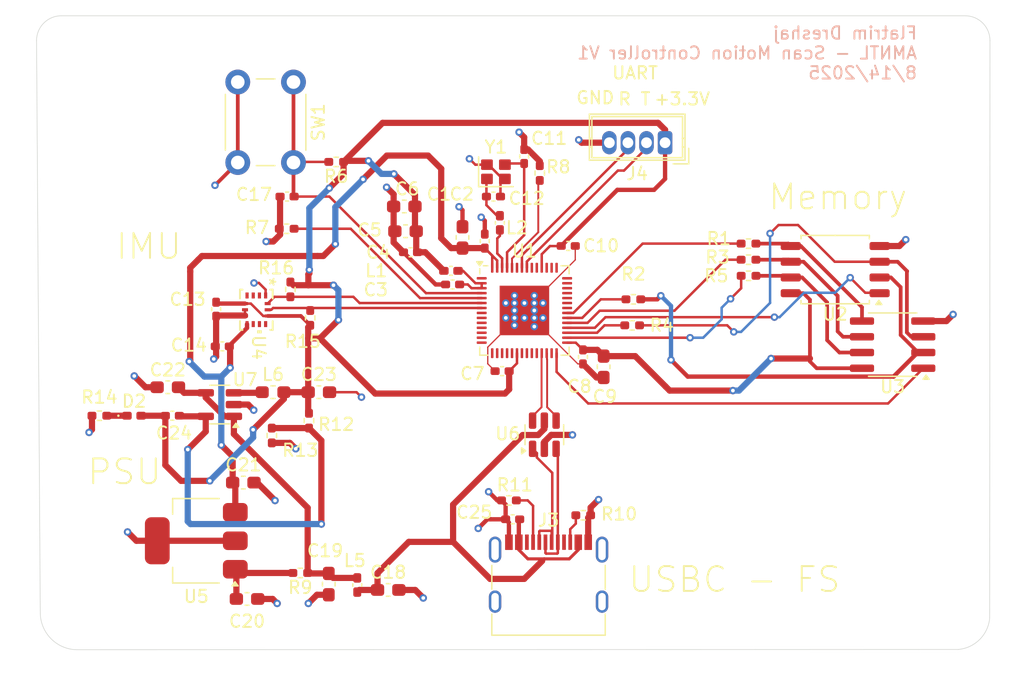
<source format=kicad_pcb>
(kicad_pcb (version 20241229) (generator "pcbnew") (generator_version "9.0")
  (layers (0 "F.Cu" signal) (4 "In1.Cu" power) (6 "In2.Cu" power) (2 "B.Cu" signal) (13 "F.Paste" user) (15 "B.Paste" user) (5 "F.SilkS" user "F.Silkscreen") (7 "B.SilkS" user "B.Silkscreen") (1 "F.Mask" user) (3 "B.Mask" user) (25 "Edge.Cuts" user))
  (net 0 "")
  (net 1 "+3.3VA")
  (net 2 "GND")
  (net 3 "/MCU/vdd_3p3 in")
  (net 4 "+3.3V")
  (net 5 "VDD_SPI")
  (net 6 "/MCU/XTAL_N")
  (net 7 "Net-(C12-Pad1)")
  (net 8 "/MCU/Chip_pu")
  (net 9 "VBUS")
  (net 10 "+5V")
  (net 11 "/PSU/+5V_FILT")
  (net 12 "/PSU/BUCK_FB")
  (net 13 "/PSU/LED_PWR_K")
  (net 25 "/PSU/CC_1_pulldown")
  (net 30 "/PSU/CC_2_pulldown")
  (net 32 "UART_RX")
  (net 33 "UART_TX")
  (net 34 "/MCU/XTAL_P")
  (net 35 "/PSU/BUCK_SW")
  (net 36 "Net-(U1-SPID)")
  (net 37 "SPID")
  (net 38 "SPIQ")
  (net 39 "Net-(U1-SPIQ)")
  (net 40 "Net-(U1-SPICLK)")
  (net 41 "SPICLK")
  (net 42 "SPIWP")
  (net 43 "Net-(U1-SPIWP)")
  (net 44 "Net-(U1-SPIHD)")
  (net 45 "SPIHD")
  (net 46 "Net-(U1-GPIO0)")
  (net 47 "Net-(U1-GPIO46)")
  (net 48 "I2C_SCL")
  (net 49 "I2C_SDA")
  (net 56 "SPICS0")
  (net 57 "USB_D-")
  (net 59 "USB_D+")
  (net 60 "SPICS1")
  (net 71 "/PSU/usbc_d+")
  (net 72 "/PSU/usbc_d-")
  (footprint "Resistor_SMD:R_0402_1005Metric_Pad0.72x0.64mm_HandSolder" (layer "F.Cu") (at 120 98.3 90)
    (property "Reference" "R15")
    (property "Value" "1.5K")
  )
  (footprint "Resistor_SMD:R_0402_1005Metric_Pad0.72x0.64mm_HandSolder" (layer "F.Cu") (at 119.9 106.6 -90)
    (property "Reference" "R12")
    (property "Value" "100k")
  )
  (footprint "Inductor_SMD:L_0402_1005Metric_Pad0.77x0.64mm_HandSolder" (layer "F.Cu") (at 135.32 90.62 -90)
    (property "Reference" "L2")
    (property "Value" "24n")
  )
  (footprint "Package_SO:SOIC-8_5.3x5.3mm_P1.27mm" (layer "F.Cu") (at 162.4 94.4 180)
    (property "Reference" "U2")
    (property "Value" "MX25L6433FM2I-08G")
  )
  (footprint "Resistor_SMD:R_0402_1005Metric_Pad0.72x0.64mm_HandSolder" (layer "F.Cu") (at 118.1 91.1)
    (property "Reference" "R7")
    (property "Value" "5.1k")
  )
  (footprint "Capacitor_SMD:C_0402_1005Metric_Pad0.74x0.62mm_HandSolder" (layer "F.Cu") (at 142.03 101.45 -90)
    (property "Reference" "C8")
    (property "Value" "0.1u")
  )
  (footprint "Package_TO_SOT_SMD:SOT-23-5" (layer "F.Cu") (at 112.7 105.3 180)
    (property "Reference" "U7")
    (property "Value" "TLV62569DBV")
  )
  (footprint "Capacitor_SMD:C_0402_1005Metric_Pad0.74x0.62mm_HandSolder" (layer "F.Cu") (at 118.1325 88.5 180)
    (property "Reference" "C17")
    (property "Value" "100n")
  )
  (footprint "MountingHole:MountingHole_3.2mm_M3" (layer "F.Cu") (at 101.2 122.1)
    (property "Reference" "H1" (hide yes))
    (property "Value" "MountingHole")
  )
  (footprint "Capacitor_SMD:C_0603_1608Metric_Pad1.08x0.95mm_HandSolder" (layer "F.Cu") (at 114.6 111.6)
    (property "Reference" "C21")
    (property "Value" "22u")
  )
  (footprint "Inductor_SMD:L_0402_1005Metric_Pad0.77x0.64mm_HandSolder" (layer "F.Cu") (at 123.8 119.8725 90)
    (property "Reference" "L5")
    (property "Value" "10n")
  )
  (footprint "Resistor_SMD:R_0402_1005Metric_Pad0.72x0.64mm_HandSolder" (layer "F.Cu") (at 142.05 114.24)
    (property "Reference" "R10")
    (property "Value" "5.1K")
  )
  (footprint "Capacitor_SMD:C_0402_1005Metric_Pad0.74x0.62mm_HandSolder" (layer "F.Cu") (at 140.84 92.49)
    (property "Reference" "C10")
    (property "Value" "0.1u")
  )
  (footprint "Resistor_SMD:R_0402_1005Metric_Pad0.72x0.64mm_HandSolder" (layer "F.Cu") (at 155.4 92.3)
    (property "Reference" "R1")
    (property "Value" "0")
  )
  (footprint "MountingHole:MountingHole_3.2mm_M3" (layer "F.Cu") (at 100.1 76.1)
    (property "Reference" "H2" (hide yes))
    (property "Value" "MountingHole")
  )
  (footprint "Resistor_SMD:R_0402_1005Metric_Pad0.72x0.64mm_HandSolder" (layer "F.Cu") (at 119.1975 118.9 180)
    (property "Reference" "R9")
    (property "Value" "10R")
  )
  (footprint "Resistor_SMD:R_0402_1005Metric_Pad0.72x0.64mm_HandSolder" (layer "F.Cu") (at 146.1 96.8)
    (property "Reference" "R2")
    (property "Value" "0")
  )
  (footprint "Resistor_SMD:R_0402_1005Metric_Pad0.72x0.64mm_HandSolder" (layer "F.Cu") (at 116.9 107.7975 -90)
    (property "Reference" "R13")
    (property "Value" "22k")
  )
  (footprint "Capacitor_SMD:C_0402_1005Metric_Pad0.74x0.62mm_HandSolder" (layer "F.Cu") (at 112.4 97.6 -90)
    (property "Reference" "C13")
    (property "Value" "100n")
  )
  (footprint "Resistor_SMD:R_0402_1005Metric_Pad0.72x0.64mm_HandSolder" (layer "F.Cu") (at 102.9725 106.2 180)
    (property "Reference" "R14")
    (property "Value" "1k")
  )
  (footprint "MountingHole:MountingHole_3.2mm_M3" (layer "F.Cu") (at 172.1 122.3)
    (property "Reference" "H4" (hide yes))
    (property "Value" "MountingHole")
  )
  (footprint "Button_Switch_THT:SW_PUSH_6mm_H4.3mm" (layer "F.Cu") (at 118.65 79.25 -90)
    (property "Reference" "SW1")
    (property "Value" "SW_Push")
  )
  (footprint "Capacitor_SMD:C_0402_1005Metric_Pad0.74x0.62mm_HandSolder" (layer "F.Cu") (at 136.35 114.565)
    (property "Reference" "C25")
    (property "Value" "100n")
  )
  (footprint "Capacitor_SMD:C_0603_1608Metric_Pad1.08x0.95mm_HandSolder" (layer "F.Cu") (at 114.9 121)
    (property "Reference" "C20")
    (property "Value" "22u")
  )
  (footprint "LED_SMD:LED_0402_1005Metric_Pad0.77x0.64mm_HandSolder" (layer "F.Cu") (at 105.7725 106.2)
    (property "Reference" "D2")
    (property "Value" "GREEN")
  )
  (footprint "Capacitor_SMD:C_0603_1608Metric_Pad1.08x0.95mm_HandSolder" (layer "F.Cu") (at 127.6 89.3)
    (property "Reference" "C6")
    (property "Value" "10u")
  )
  (footprint "Package_DFN_QFN:QFN-56-1EP_7x7mm_P0.4mm_EP4x4mm" (layer "F.Cu") (at 137.3 97.7)
    (property "Reference" "U1")
    (property "Value" "ESP32-S3")
  )
  (footprint "Capacitor_SMD:C_0402_1005Metric_Pad0.74x0.62mm_HandSolder" (layer "F.Cu") (at 128.1 93)
    (property "Reference" "C4")
    (property "Value" "0.1u")
  )
  (footprint "Resistor_SMD:R_0402_1005Metric_Pad0.72x0.64mm_HandSolder" (layer "F.Cu") (at 138.54 86.6 90)
    (property "Reference" "R8")
    (property "Value" "5.1k")
  )
  (footprint "Package_TO_SOT_SMD:SOT-223-3_TabPin2" (layer "F.Cu") (at 110.8 116.3 180)
    (property "Reference" "U5")
    (property "Value" "HT7533-1")
  )
  (footprint "Resistor_SMD:R_0402_1005Metric_Pad0.72x0.64mm_HandSolder" (layer "F.Cu") (at 155.4 93.6)
    (property "Reference" "R3")
    (property "Value" "0")
  )
  (footprint "Resistor_SMD:R_0402_1005Metric_Pad0.72x0.64mm_HandSolder" (layer "F.Cu") (at 146.0025 98.9)
    (property "Reference" "R4")
    (property "Value" "0")
  )
  (footprint "Capacitor_SMD:C_0402_1005Metric_Pad0.74x0.62mm_HandSolder" (layer "F.Cu") (at 134.1 92.1 90)
    (property "Reference" "C2")
    (property "Value" "10n")
  )
  (footprint "Capacitor_SMD:C_0603_1608Metric_Pad1.08x0.95mm_HandSolder" (layer "F.Cu") (at 121.5 119.8 -90)
    (property "Reference" "C19")
    (property "Value" "1u")
  )
  (footprint "Capacitor_SMD:C_0603_1608Metric_Pad1.08x0.95mm_HandSolder" (layer "F.Cu") (at 132.3 91.8 90)
    (property "Reference" "C1")
    (property "Value" "1u")
  )
  (footprint "new_project_files:BMI323_BOS" (layer "F.Cu") (at 115.649999 97.6443 -90)
    (property "Reference" "U4")
    (property "Value" "BMI323")
  )
  (footprint "Connector_Wuerth:Wuerth_WR-WTB_64800411622_1x04_P1.50mm_Vertical" (layer "F.Cu") (at 148.66 84.15 180)
    (property "Reference" "J4")
    (property "Value" "Conn_01x04_Pin")
  )
  (footprint "Capacitor_SMD:C_0603_1608Metric_Pad1.08x0.95mm_HandSolder" (layer "F.Cu") (at 127.7 91.3)
    (property "Reference" "C5")
    (property "Value" "1u")
  )
  (footprint "Capacitor_SMD:C_0603_1608Metric_Pad1.08x0.95mm_HandSolder" (layer "F.Cu") (at 108.5 103.9 180)
    (property "Reference" "C22")
    (property "Value" "22u")
  )
  (footprint "Inductor_SMD:L_0402_1005Metric_Pad0.77x0.64mm_HandSolder" (layer "F.Cu") (at 131.3675 94.5)
    (property "Reference" "L1")
    (property "Value" "2n")
  )
  (footprint "Resistor_SMD:R_0402_1005Metric_Pad0.72x0.64mm_HandSolder" (layer "F.Cu") (at 122.0975 85.7 180)
    (property "Reference" "R6")
    (property "Value" "5.1k")
  )
  (footprint "Resistor_SMD:R_0402_1005Metric_Pad0.72x0.64mm_HandSolder" (layer "F.Cu") (at 118.4 96 -90)
    (property "Reference" "R16")
    (property "Value" "1.5K")
  )
  (footprint "Capacitor_SMD:C_0603_1608Metric_Pad1.08x0.95mm_HandSolder" (layer "F.Cu") (at 120.7 104.3)
    (property "Reference" "C23")
    (property "Value" "22u")
  )
  (footprint "Capacitor_SMD:C_0402_1005Metric_Pad0.74x0.62mm_HandSolder" (layer "F.Cu") (at 108.8675 106.2)
    (property "Reference" "C24")
    (property "Value" "DNP")
  )
  (footprint "Capacitor_SMD:C_0402_1005Metric_Pad0.74x0.62mm_HandSolder" (layer "F.Cu") (at 131.5 95.6)
    (property "Reference" "C3")
    (property "Value" "0.1u")
  )
  (footprint "Capacitor_SMD:C_0402_1005Metric_Pad0.74x0.62mm_HandSolder" (layer "F.Cu") (at 137.28 85.26 90)
    (property "Reference" "C11")
    (property "Value" "12p")
  )
  (footprint "Capacitor_SMD:C_0603_1608Metric_Pad1.08x0.95mm_HandSolder" (layer "F.Cu") (at 126.3 120.2725)
    (property "Reference" "C18")
    (property "Value" "1u")
  )
  (footprint "Capacitor_SMD:C_0402_1005Metric_Pad0.74x0.62mm_HandSolder" (layer "F.Cu") (at 112.9 100.6)
    (property "Reference" "C14")
    (property "Value" "100n")
  )
  (footprint "Capacitor_SMD:C_0603_1608Metric_Pad1.08x0.95mm_HandSolder" (layer "F.Cu") (at 143.7 102.25 -90)
    (property "Reference" "C9")
    (property "Value" "1u")
  )
  (footprint "Capacitor_SMD:C_0402_1005Metric_Pad0.74x0.62mm_HandSolder" (layer "F.Cu") (at 135.5 102.6 180)
    (property "Reference" "C7")
    (property "Value" "0.1u")
  )
  (footprint "MountingHole:MountingHole_3.2mm_M3" (layer "F.Cu") (at 172.5 76.2)
    (property "Reference" "H3" (hide yes))
    (property "Value" "MountingHole")
  )
  (footprint "Capacitor_SMD:C_0402_1005Metric_Pad0.74x0.62mm_HandSolder" (layer "F.Cu") (at 134.8 88.5)
    (property "Reference" "C12")
    (property "Value" "12p")
  )
  (footprint "Inductor_SMD:L_0603_1608Metric_Pad1.05x0.95mm_HandSolder" (layer "F.Cu") (at 117 104.3)
    (property "Reference" "L6")
    (property "Value" "68u")
  )
  (footprint "Package_TO_SOT_SMD:SOT-23-6" (layer "F.Cu") (at 138.91 107.735 90)
    (property "Reference" "U6")
    (property "Value" "USBLC6-2SC6")
  )
  (footprint "Package_SO:SOIC-8_3.9x4.9mm_P1.27mm" (layer "F.Cu") (at 167.04 100.46 180)
    (property "Reference" "U3")
    (property "Value" "ESP-PSRAM32")
  )
  (footprint "Resistor_SMD:R_0402_1005Metric_Pad0.72x0.64mm_HandSolder" (layer "F.Cu") (at 155.4025 94.9)
    (property "Reference" "R5")
    (property "Value" "0")
  )
  (footprint "Resistor_SMD:R_0402_1005Metric_Pad0.72x0.64mm_HandSolder" (layer "F.Cu") (at 136.05 113.04 180)
    (property "Reference" "R11")
    (property "Value" "5.1K")
  )
  (footprint "Connector_USB:USB_C_Receptacle_G-Switch_GT-USB-7010ASV" (layer "F.Cu") (at 139.25 120.14)
    (property "Reference" "J3")
    (property "Value" "USB_C_Receptacle_USB2.0_16P")
  )
  (footprint "Crystal:Crystal_SMD_SeikoEpson_FA128-4Pin_2.0x1.6mm" (layer "F.Cu") (at 135 86.5)
    (property "Reference" "Y1")
    (property "Value" "Crystal_GND24")
  )
  (gr_arc (start 101.2 125.1) (mid 99.07868 124.22132) (end 98.2 122.1) (stroke (width 0.05)) (layer "Edge.Cuts"))
  (gr_arc (start 172.9 73.9) (mid 174.314214 74.485786) (end 174.9 75.9) (stroke (width 0.05)) (layer "Edge.Cuts"))
  (gr_line (start 172.344644 125.078261) (end 101.2 125.1) (stroke (width 0.05)) (layer "Edge.Cuts"))
  (gr_line (start 97.9 75.9) (end 98.2 122.1) (stroke (width 0.05)) (layer "Edge.Cuts"))
  (gr_line (start 174.879572 122.510524) (end 174.9 75.9) (stroke (width 0.05)) (layer "Edge.Cuts"))
  (gr_line (start 172.9 73.9) (end 99.9 73.9) (stroke (width 0.05)) (layer "Edge.Cuts"))
  (gr_arc (start 97.9 75.9) (mid 98.485786 74.485786) (end 99.9 73.9) (stroke (width 0.05)) (layer "Edge.Cuts"))
  (gr_arc (start 174.879572 122.510524) (mid 174.083104 124.258989) (end 172.344514 125.076788) (stroke (width 0.05)) (layer "Edge.Cuts"))
  (gr_text "+3.3V\n" (at 147.7 81.2 0) (layer "F.SilkS") (effects (font (size 1 1) (thickness 0.153)) (justify left bottom)))
  (gr_text "UART\n" (at 144.3 79.1 0) (layer "F.SilkS") (effects (font (size 1 1) (thickness 0.153)) (justify left bottom)))
  (gr_text "USBC - FS" (at 145.6 120.6 0) (layer "F.SilkS") (effects (font (size 2 2) (thickness 0.153)) (justify left bottom)))
  (gr_text "R" (at 144.8 81.2 0) (layer "F.SilkS") (effects (font (size 1 1) (thickness 0.153)) (justify left bottom)))
  (gr_text "T" (at 146.6 81.2 0) (layer "F.SilkS") (effects (font (size 1 1) (thickness 0.153)) (justify left bottom)))
  (gr_text "GND\n" (at 141.4 81.1 0) (layer "F.SilkS") (effects (font (size 1 1) (thickness 0.153)) (justify left bottom)))
  (gr_text "Memory\n" (at 156.9 89.7 0) (layer "F.SilkS") (effects (font (size 2 2) (thickness 0.153)) (justify left bottom)))
  (gr_text "IMU" (at 104.2 93.7 0) (layer "F.SilkS") (effects (font (size 2 2) (thickness 0.153)) (justify left bottom)))
  (gr_text "PSU" (at 101.9 111.9 0) (layer "F.SilkS") (effects (font (size 2 2) (thickness 0.153)) (justify left bottom)))
  (gr_text "Flatrim Dreshaj \nAMNTL - Scan Motion Controller V1 \n8/14/2025\n" (at 169.1 79.1 0) (layer "B.SilkS") (effects (font (size 1 1) (thickness 0.153)) (justify left bottom mirror)))
  (segment (start 135.1 94.25) (end 135.1 93.6675) (width 0.2) (layer "F.Cu") (net 1))
  (segment (start 134.7 94.25) (end 134.7 93.2675) (width 0.2) (layer "F.Cu") (net 1))
  (segment (start 130.58 86.25) (end 130.58 91.86) (width 0.5) (layer "F.Cu") (net 1))
  (segment (start 114.896999 99.113001) (end 114.896999 98.8) (width 0.35) (layer "F.Cu") (net 1))
  (segment (start 130.58 91.86) (end 131.3825 92.6625) (width 0.5) (layer "F.Cu") (net 1))
  (segment (start 113.4675 100.5425) (end 114.896999 99.113001) (width 0.35) (layer "F.Cu") (net 1))
  (segment (start 111.26 93.3) (end 120.59 93.3) (width 0.5) (layer "F.Cu") (net 1))
  (segment (start 129.52 85.19) (end 130.58 86.25) (width 0.5) (layer "F.Cu") (net 1))
  (segment (start 110.31 94.25) (end 110.96 93.6) (width 0.5) (layer "F.Cu") (net 1))
  (segment (start 113.53 100.6625) (end 113.4675 100.6) (width 0.5) (layer "F.Cu") (net 1))
  (segment (start 124.27 87.11) (end 126.19 85.19) (width 0.5) (layer "F.Cu") (net 1))
  (segment (start 134.7 93.2675) (end 134.1 92.6675) (width 0.2) (layer "F.Cu") (net 1))
  (segment (start 110.96 93.6) (end 111.26 93.3) (width 0.5) (layer "F.Cu") (net 1))
  (segment (start 113.4675 100.6) (end 113.4675 100.5425) (width 0.35) (layer "F.Cu") (net 1))
  (segment (start 135.1 93.6675) (end 134.1 92.6675) (width 0.2) (layer "F.Cu") (net 1))
  (segment (start 110.23 101.82) (end 110.31 101.74) (width 0.5) (layer "F.Cu") (net 1))
  (segment (start 113.7375 111.6) (end 113.7375 109.4875) (width 0.5) (layer "F.Cu") (net 1))
  (segment (start 121.06 93.3) (end 122.03 92.33) (width 0.5) (layer "F.Cu") (net 1))
  (segment (start 113.95 114) (end 113.95 111.8125) (width 0.5) (layer "F.Cu") (net 1))
  (segment (start 126.19 85.19) (end 129.52 85.19) (width 0.5) (layer "F.Cu") (net 1))
  (segment (start 110.31 101.74) (end 110.31 94.56) (width 0.5) (layer "F.Cu") (net 1))
  (segment (start 132.3 92.6625) (end 134.095 92.6625) (width 0.5) (layer "F.Cu") (net 1))
  (segment (start 110.31 94.56) (end 110.31 94.25) (width 0.5) (layer "F.Cu") (net 1))
  (segment (start 113.53 102.33) (end 113.53 100.6625) (width 0.5) (layer "F.Cu") (net 1))
  (segment (start 131.3825 92.6625) (end 132.3 92.6625) (width 0.5) (layer "F.Cu") (net 1))
  (segment (start 134.095 92.6625) (end 134.1 92.6675) (width 0.5) (layer "F.Cu") (net 1))
  (segment (start 113.95 111.8125) (end 113.7375 111.6) (width 0.5) (layer "F.Cu") (net 1))
  (segment (start 120.59 93.3) (end 121.06 93.3) (width 0.5) (layer "F.Cu") (net 1))
  (segment (start 113.7375 109.4875) (end 112.82 108.57) (width 0.5) (layer "F.Cu") (net 1))
  (via (at 112.82 108.57) (size 0.6) (drill 0.3) (layers "F.Cu" "B.Cu") (net 1))
  (via (at 113.53 102.33) (size 0.6) (drill 0.3) (layers "F.Cu" "B.Cu") (net 1))
  (via (at 122.03 92.33) (size 0.6) (drill 0.3) (layers "F.Cu" "B.Cu") (net 1))
  (via (at 110.23 101.82) (size 0.6) (drill 0.3) (layers "F.Cu" "B.Cu") (net 1))
  (via (at 124.27 87.11) (size 0.6) (drill 0.3) (layers "F.Cu" "B.Cu") (net 1))
  (segment (start 112.82 108.57) (end 112.82 103.04) (width 0.5) (layer "B.Cu") (net 1))
  (segment (start 112.82 103.04) (end 113.53 102.33) (width 0.5) (layer "B.Cu") (net 1))
  (segment (start 112.82 103.04) (end 111.45 103.04) (width 0.5) (layer "B.Cu") (net 1))
  (segment (start 122.03 89.35) (end 124.27 87.11) (width 0.5) (layer "B.Cu") (net 1))
  (segment (start 111.45 103.04) (end 110.23 101.82) (width 0.5) (layer "B.Cu") (net 1))
  (segment (start 122.03 92.33) (end 122.03 89.35) (width 0.5) (layer "B.Cu") (net 1))
  (segment (start 126.7375 89.3) (end 126.7375 88.3175) (width 0.5) (layer "F.Cu") (net 2))
  (segment (start 118.355 108.395) (end 118.83 108.87) (width 0.5) (layer "F.Cu") (net 2))
  (segment (start 107.65 116.3) (end 113.95 116.3) (width 0.5) (layer "F.Cu") (net 2))
  (segment (start 117.02 92.13) (end 116.44 92.13) (width 0.5) (layer "F.Cu") (net 2))
  (segment (start 134.57 114.565) (end 134.305 114.565) (width 0.35) (layer "F.Cu") (net 2))
  (segment (start 134.1 91.5325) (end 134.1 90.46) (width 0.35) (layer "F.Cu") (net 2))
  (segment (start 142.6475 114.24) (end 142.6475 113.6175) (width 0.5) (layer "F.Cu") (net 2))
  (segment (start 135.7825 114.565) (end 135.7825 113.37) (width 0.35) (layer "F.Cu") (net 2))
  (segment (start 138.54 86.0025) (end 138.54 85.645001) (width 0.5) (layer "F.Cu") (net 2))
  (segment (start 114.15 85.75) (end 112.31 87.59) (width 0.3) (layer "F.Cu") (net 2))
  (segment (start 133.335 85.925) (end 132.86 85.45) (width 0.2) (layer "F.Cu") (net 2))
  (segment (start 135.543756 87.075) (end 135.725 87.075) (width 0.2) (layer "F.Cu") (net 2))
  (segment (start 171.385 98.555) (end 171.92 98.02) (width 0.5) (layer "F.Cu") (net 2))
  (segment (start 117.565 91.585) (end 117.15 92) (width 0.5) (layer "F.Cu") (net 2))
  (segment (start 112.4 101.43) (end 112.21 101.62) (width 0.5) (layer "F.Cu") (net 2))
  (segment (start 112.4 98.1675) (end 112.4598 98.1077) (width 0.5) (layer "F.Cu") (net 2))
  (segment (start 114.99 105.3) (end 115.44 105.75) (width 0.5) (layer "F.Cu") (net 2))
  (segment (start 105.96 116.3) (end 105.25 115.59) (width 0.5) (layer "F.Cu") (net 2))
  (segment (start 117.565 88.5) (end 117.565 91.585) (width 0.5) (layer "F.Cu") (net 2))
  (segment (start 115.7625 121) (end 116.97 121) (width 0.5) (layer "F.Cu") (net 2))
  (segment (start 137.587499 84.6925) (end 137.28 84.6925) (width 0.5) (layer "F.Cu") (net 2))
  (segment (start 137.28 84.6925) (end 137.28 83.71) (width 0.5) (layer "F.Cu") (net 2))
  (segment (start 135.3675 88.5) (end 135.3675 87.4325) (width 0.2) (layer "F.Cu") (net 2))
  (segment (start 135.11 113.04) (end 134.41 112.34) (width 0.35) (layer "F.Cu") (net 2))
  (segment (start 141.4075 93.615436) (end 137.322936 97.7) (width 0.1) (layer "F.Cu") (net 2))
  (segment (start 112.4598 98.1077) (end 114.735599 98.1077) (width 0.5) (layer "F.Cu") (net 2))
  (segment (start 169.515 98.555) (end 171.385 98.555) (width 0.5) (layer "F.Cu") (net 2))
  (segment (start 134.305 114.565) (end 133.57 115.3) (width 0.35) (layer "F.Cu") (net 2))
  (segment (start 167.585 92.495) (end 168.1 91.98) (width 0.5) (layer "F.Cu") (net 2))
  (segment (start 139.4659 107.75) (end 141.18 107.75) (width 0.5) (layer "F.Cu") (net 2))
  (segment (start 126.7375 92.205) (end 127.5325 93) (width 0.5) (layer "F.Cu") (net 2))
  (segment (start 132.3 90.9375) (end 132.3 89.6) (width 0.35) (layer "F.Cu") (net 2))
  (segment (start 106.7 103.9) (end 105.79 102.99) (width 0.5) (layer "F.Cu") (net 2))
  (segment (start 138.54 85.645001) (end 137.587499 84.6925) (width 0.5) (layer "F.Cu") (net 2))
  (segment (start 143.7 103.1125) (end 143.125 103.1125) (width 0.5) (layer "F.Cu") (net 2))
  (segment (start 138.91 108.8725) (end 138.91 108.3059) (width 0.5) (layer "F.Cu") (net 2))
  (segment (start 113.8375 105.3) (end 114.99 105.3) (width 0.5) (layer "F.Cu") (net 2))
  (segment (start 137.3 97.7) (end 137.322936 97.7) (width 0.1) (layer "F.Cu") (net 2))
  (segment (start 116.4 96.018301) (end 115.861699 95.48) (width 0.2) (layer "F.Cu") (net 2))
  (segment (start 141.6175 102.0175) (end 142.03 102.0175) (width 0.1) (layer "F.Cu") (net 2))
  (segment (start 130.1325 95.6) (end 127.5325 93) (width 0.35) (layer "F.Cu") (net 2))
  (segment (start 138.91 108.3059) (end 139.4659 107.75) (width 0.5) (layer "F.Cu") (net 2))
  (segment (start 116.4 96.4886) (end 116.4 96.018301) (width 0.2) (layer "F.Cu") (net 2))
  (segment (start 132.3 89.6) (end 132.02 89.32) (width 0.35) (layer "F.Cu") (net 2))
  (segment (start 143.125 103.1125) (end 142.03 102.0175) (width 0.5) (layer "F.Cu") (net 2))
  (segment (start 141.92 84.15) (end 141.69 83.92) (width 0.5) (layer "F.Cu") (net 2))
  (segment (start 128.4825 120.2725) (end 129.13 120.92) (width 0.5) (layer "F.Cu") (net 2))
  (segment (start 134.34 102.0075) (end 134.9325 102.6) (width 0.1) (layer "F.Cu") (net 2))
  (segment (start 115.4625 111.6) (end 115.71 111.6) (width 0.5) (layer "F.Cu") (net 2))
  (segment (start 134.1 90.46) (end 133.81 90.17) (width 0.35) (layer "F.Cu") (net 2))
  (segment (start 137.28 83.71) (end 136.87 83.3) (width 0.5) (layer "F.Cu") (net 2))
  (segment (start 121.5 120.6625) (end 120.5475 120.6625) (width 0.5) (layer "F.Cu") (net 2))
  (segment (start 134.275 85.925) (end 133.335 85.925) (width 0.2) (layer "F.Cu") (net 2))
  (segment (start 116.97 121) (end 117.33 121.36) (width 0.5) (layer "F.Cu") (net 2))
  (segment (start 107.65 116.3) (end 105.96 116.3) (width 0.5) (layer "F.Cu") (net 2))
  (segment (start 136.05 114.8325) (end 135.7825 114.565) (width 0.35) (layer "F.Cu") (net 2))
  (segment (start 134.34 100.66) (end 134.34 102.0075) (width 0.1) (layer "F.Cu") (net 2))
  (segment (start 123.74 104.3) (end 124.14 104.7) (width 0.2) (layer "F.Cu") (net 2))
  (segment (start 107.6375 103.9) (end 106.7 103.9) (width 0.5) (layer "F.Cu") (net 2))
  (segment (start 114.15 79.25) (end 114.15 85.75) (width 0.3) (layer "F.Cu") (net 2))
  (segment (start 126.7375 88.3175) (end 126.17 87.75) (width 0.5) (layer "F.Cu") (net 2))
  (segment (start 135.7825 114.565) (end 134.57 114.565) (width 0.35) (layer "F.Cu") (net 2))
  (segment (start 114.735599 97.6443) (end 114.735599 98.1077) (width 0.2) (layer "F.Cu") (net 2))
  (segment (start 142.45 116.415) (end 142.45 114.4375) (width 0.5) (layer "F.Cu") (net 2))
  (segment (start 130.9325 95.6) (end 130.1325 95.6) (width 0.35) (layer "F.Cu") (net 2))
  (segment (start 127.1625 120.2725) (end 128.4825 120.2725) (width 0.5) (layer "F.Cu") (net 2))
  (segment (start 116.9 108.395) (end 118.355 108.395) (width 0.5) (layer "F.Cu") (net 2))
  (segment (start 136.05 116.415) (end 136.05 114.8325) (width 0.35) (layer "F.Cu") (net 2))
  (segment (start 134.275 85.925) (end 134.393756 85.925) (width 0.2) (layer "F.Cu") (net 2))
  (segment (start 115.71 111.6) (end 117.16 113.05) (width 0.5) (layer "F.Cu") (net 2))
  (segment (start 117.15 92) (end 117.02 92.13) (width 0.5) (layer "F.Cu") (net 2))
  (segment (start 126.7375 89.3) (end 126.7375 92.205) (width 0.5) (layer "F.Cu") (net 2))
  (segment (start 134.393756 85.925) (end 135.543756 87.075) (width 0.2) (layer "F.Cu") (net 2))
  (segment (start 120.5475 120.6625) (end 119.85 121.36) (width 0.5) (layer "F.Cu") (net 2))
  (segment (start 144.16 84.15) (end 141.92 84.15) (width 0.5) (layer "F.Cu") (net 2))
  (segment (start 112.4 98.1675) (end 112.4 101.43) (width 0.5) (layer "F.Cu") (net 2))
  (segment (start 165.9875 92.495) (end 167.585 92.495) (width 0.5) (layer "F.Cu") (net 2))
  (segment (start 121.5625 104.3) (end 123.74 104.3) (width 0.2) (layer "F.Cu") (net 2))
  (segment (start 142.45 114.4375) (end 142.6475 114.24) (width 0.5) (layer "F.Cu") (net 2))
  (segment (start 102.375 107.315) (end 102.14 107.55) (width 0.5) (layer "F.Cu") (net 2))
  (segment (start 102.375 106.2) (end 102.375 107.315) (width 0.5) (layer "F.Cu") (net 2))
  (segment (start 135.7825 113.37) (end 135.4525 113.04) (width 0.35) (layer "F.Cu") (net 2))
  (segment (start 142.6475 113.6175) (end 143.29 112.975) (width 0.5) (layer "F.Cu") (net 2))
  (segment (start 141.4075 92.49) (end 141.4075 93.615436) (width 0.1) (layer "F.Cu") (net 2))
  (segment (start 135.4525 113.04) (end 135.11 113.04) (width 0.35) (layer "F.Cu") (net 2))
  (segment (start 137.3 97.7) (end 141.6175 102.0175) (width 0.1) (layer "F.Cu") (net 2))
  (segment (start 137.3 97.7) (end 134.34 100.66) (width 0.1) (layer "F.Cu") (net 2))
  (segment (start 135.3675 87.4325) (end 135.725 87.075) (width 0.2) (layer "F.Cu") (net 2))
  (segment (start 115.861699 95.48) (end 115.46 95.48) (width 0.2) (layer "F.Cu") (net 2))
  (via (at 138.1 99) (size 0.6) (drill 0.3) (layers "F.Cu" "B.Cu") (net 2))
  (via (at 118.83 108.87) (size 0.6) (drill 0.3) (layers "F.Cu" "B.Cu") (net 2))
  (via (at 105.79 102.99) (size 0.6) (drill 0.3) (layers "F.Cu" "B.Cu") (net 2))
  (via (at 133.81 90.17) (size 0.6) (drill 0.3) (layers "F.Cu" "B.Cu") (net 2))
  (via (at 112.31 87.59) (size 0.6) (drill 0.3) (layers "F.Cu" "B.Cu") (net 2))
  (via (at 132.02 89.32) (size 0.6) (drill 0.3) (layers "F.Cu" "B.Cu") (net 2))
  (via (at 138.8 98.3) (size 0.6) (drill 0.3) (layers "F.Cu" "B.Cu") (net 2))
  (via (at 138.8 97.1) (size 0.6) (drill 0.3) (layers "F.Cu" "B.Cu") (net 2))
  (via (at 137.3 98.3) (size 0.6) (drill 0.3) (layers "F.Cu" "B.Cu") (net 2))
  (via (at 136.5 98.3) (size 0.6) (drill 0.3) (layers "F.Cu" "B.Cu") (net 2))
  (via (at 168.1 91.98) (size 0.6) (drill 0.3) (layers "F.Cu" "B.Cu") (net 2))
  (via (at 136.5 97.1) (size 0.6) (drill 0.3) (layers "F.Cu" "B.Cu") (net 2))
  (via (at 133.57 115.3) (size 0.6) (drill 0.3) (layers "F.Cu" "B.Cu") (net 2))
  (via (at 116.44 92.13) (size 0.6) (drill 0.3) (layers "F.Cu" "B.Cu") (net 2))
  (via (at 136.5 97.7) (size 0.6) (drill 0.3) (layers "F.Cu" "B.Cu") (net 2))
  (via (at 102.14 107.55) (size 0.6) (drill 0.3) (layers "F.Cu" "B.Cu") (net 2))
  (via (at 136.5 98.9) (size 0.6) (drill 0.3) (layers "F.Cu" "B.Cu") (net 2))
  (via (at 171.92 98.02) (size 0.6) (drill 0.3) (layers "F.Cu" "B.Cu") (net 2))
  (via (at 137.3 97.1) (size 0.6) (drill 0.3) (layers "F.Cu" "B.Cu") (net 2))
  (via (at 135.8 98.3) (size 0.6) (drill 0.3) (layers "F.Cu" "B.Cu") (net 2))
  (via (at 119.85 121.36) (size 0.6) (drill 0.3) (layers "F.Cu" "B.Cu") (net 2))
  (via (at 138.1 97.1) (size 0.6) (drill 0.3) (layers "F.Cu" "B.Cu") (net 2))
  (via (at 115.44 105.75) (size 0.6) (drill 0.3) (layers "F.Cu" "B.Cu") (net 2))
  (via (at 136.87 83.3) (size 0.6) (drill 0.3) (layers "F.Cu" "B.Cu") (net 2))
  (via (at 105.25 115.59) (size 0.6) (drill 0.3) (layers "F.Cu" "B.Cu") (net 2))
  (via (at 141.18 107.75) (size 0.6) (drill 0.3) (layers "F.Cu" "B.Cu") (net 2))
  (via (at 138.1 98.3) (size 0.6) (drill 0.3) (layers "F.Cu" "B.Cu") (net 2))
  (via (at 117.16 113.05) (size 0.6) (drill 0.3) (layers "F.Cu" "B.Cu") (net 2))
  (via (at 136.5 96.5) (size 0.6) (drill 0.3) (layers "F.Cu" "B.Cu") (net 2))
  (via (at 141.69 83.92) (size 0.6) (drill 0.3) (layers "F.Cu" "B.Cu") (net 2))
  (via (at 135.8 97.1) (size 0.6) (drill 0.3) (layers "F.Cu" "B.Cu") (net 2))
  (via (at 138.1 96.5) (size 0.6) (drill 0.3) (layers "F.Cu" "B.Cu") (net 2))
  (via (at 132.86 85.45) (size 0.6) (drill 0.3) (layers "F.Cu" "B.Cu") (net 2))
  (via (at 143.29 112.975) (size 0.6) (drill 0.3) (layers "F.Cu" "B.Cu") (net 2))
  (via (at 112.21 101.62) (size 0.6) (drill 0.3) (layers "F.Cu" "B.Cu") (net 2))
  (via (at 124.14 104.7) (size 0.6) (drill 0.3) (layers "F.Cu" "B.Cu") (net 2))
  (via (at 115.46 95.48) (size 0.6) (drill 0.3) (layers "F.Cu" "B.Cu") (net 2))
  (via (at 134.41 112.34) (size 0.6) (drill 0.3) (layers "F.Cu" "B.Cu") (net 2))
  (via (at 138.1 97.7) (size 0.6) (drill 0.3) (layers "F.Cu" "B.Cu") (net 2))
  (via (at 126.17 87.75) (size 0.6) (drill 0.3) (layers "F.Cu" "B.Cu") (net 2))
  (via (at 129.13 120.92) (size 0.6) (drill 0.3) (layers "F.Cu" "B.Cu") (net 2))
  (via (at 117.33 121.36) (size 0.6) (drill 0.3) (layers "F.Cu" "B.Cu") (net 2))
  (segment (start 133.85 95.9) (end 133.03 95.9) (width 0.2) (layer "F.Cu") (net 3))
  (segment (start 133.03 95.9) (end 132.73 95.6) (width 0.2) (layer "F.Cu") (net 3))
  (segment (start 132.35 94.5) (end 131.94 94.5) (width 0.2) (layer "F.Cu") (net 3))
  (segment (start 133.35 95.5) (end 132.35 94.5) (width 0.2) (layer "F.Cu") (net 3))
  (segment (start 133.85 95.9) (end 133.85 95.5) (width 0.2) (layer "F.Cu") (net 3))
  (segment (start 132.73 95.6) (end 132.0675 95.6) (width 0.2) (layer "F.Cu") (net 3))
  (segment (start 133.85 95.5) (end 133.35 95.5) (width 0.2) (layer "F.Cu") (net 3))
  (segment (start 112.5088 97.1413) (end 114.732598 97.1413) (width 0.35) (layer "F.Cu") (net 4))
  (segment (start 122.780331 85.614669) (end 122.695 85.7) (width 0.5) (layer "F.Cu") (net 4))
  (segment (start 119.8375 99.95) (end 120.79 99.95) (width 0.5) (layer "F.Cu") (net 4))
  (segment (start 136.7 101.15) (end 136.7 101.9675) (width 0.2) (layer "F.Cu") (net 4))
  (segment (start 119.246799 98.144299) (end 120 98.8975) (width 0.3) (layer "F.Cu") (net 4))
  (segment (start 147.77 87.96) (end 148.66 87.07) (width 0.35) (layer "F.Cu") (net 4))
  (segment (start 108.3 106.2) (end 106.345 106.2) (width 0.5) (layer "F.Cu") (net 4))
  (segment (start 119.8375 104.3) (end 119.8375 105.94) (width 0.5) (layer "F.Cu") (net 4))
  (segment (start 139.3625 92.4975) (end 140.19 92.4975) (width 0.2) (layer "F.Cu") (net 4))
  (segment (start 121.88 95.66) (end 119.85 95.66) (width 0.5) (layer "F.Cu") (net 4))
  (segment (start 111.89 111.46) (end 109.57 111.46) (width 0.5) (layer "F.Cu") (net 4))
  (segment (start 148.66 83.11) (end 148.66 84.15) (width 0.5) (layer "F.Cu") (net 4))
  (segment (start 128.5625 92.895) (end 128.6675 93) (width 0.5) (layer "F.Cu") (net 4))
  (segment (start 128.4625 89.3) (end 128.4625 91.2) (width 0.5) (layer "F.Cu") (net 4))
  (segment (start 112.4 97.0325) (end 112.5088 97.1413) (width 0.35) (layer "F.Cu") (net 4))
  (segment (start 128.6675 93) (end 129.295 93) (width 0.5) (layer "F.Cu") (net 4))
  (segment (start 117.875 104.845) (end 115.39 107.33) (width 0.5) (layer "F.Cu") (net 4))
  (segment (start 148.099 82.549) (end 148.66 83.11) (width 0.5) (layer "F.Cu") (net 4))
  (segment (start 138.7 93.16) (end 139.3625 92.4975) (width 0.2) (layer "F.Cu") (net 4))
  (segment (start 114.735599 97.144301) (end 115.2059 97.144301) (width 0.2) (layer "F.Cu") (net 4))
  (segment (start 124.704669 85.614669) (end 122.780331 85.614669) (width 0.5) (layer "F.Cu") (net 4))
  (segment (start 136.7 101.9675) (end 136.0675 102.6) (width 0.2) (layer "F.Cu") (net 4))
  (segment (start 119.93 94.7) (end 119.85 94.78) (width 0.5) (layer "F.Cu") (net 4))
  (segment (start 109.57 111.46) (end 108.3 110.19) (width 0.5) (layer "F.Cu") (net 4))
  (segment (start 144.8025 87.96) (end 147.77 87.96) (width 0.35) (layer "F.Cu") (net 4))
  (segment (start 128.4625 89.3) (end 128.4625 88.3725) (width 0.5) (layer "F.Cu") (net 4))
  (segment (start 117.875 104.3) (end 117.875 104.845) (width 0.5) (layer "F.Cu") (net 4))
  (segment (start 148.66 87.07) (end 148.66 84.15) (width 0.35) (layer "F.Cu") (net 4))
  (segment (start 128.5625 91.3) (end 128.5625 92.895) (width 0.5) (layer "F.Cu") (net 4))
  (segment (start 119.8375 105.94) (end 119.9 106.0025) (width 0.5) (layer "F.Cu") (net 4))
  (segment (start 119.8375 104.3) (end 119.8375 99.95) (width 0.5) (layer "F.Cu") (net 4))
  (segment (start 129.295 93) (end 130.795 94.5) (width 0.5) (layer "F.Cu") (net 4))
  (segment (start 119.8375 99.06) (end 120 98.8975) (width 0.5) (layer "F.Cu") (net 4))
  (segment (start 119.93 94.41) (end 119.93 94.7) (width 0.5) (layer "F.Cu") (net 4))
  (segment (start 118.6575 95.66) (end 118.4 95.4025) (width 0.5) (layer "F.Cu") (net 4))
  (segment (start 119.8375 99.95) (end 119.8375 99.06) (width 0.5) (layer "F.Cu") (net 4))
  (segment (start 136.0675 104.0725) (end 136.0675 102.6) (width 0.5) (layer "F.Cu") (net 4))
  (segment (start 140.2725 92.49) (end 144.8025 87.96) (width 0.35) (layer "F.Cu") (net 4))
  (segment (start 108.3 110.19) (end 108.3 106.2) (width 0.5) (layer "F.Cu") (net 4))
  (segment (start 117.875 104.3) (end 119.8375 104.3) (width 0.5) (layer "F.Cu") (net 4))
  (segment (start 119.85 95.66) (end 118.6575 95.66) (width 0.5) (layer "F.Cu") (net 4))
  (segment (start 122.695 86.665) (end 122.695 85.7) (width 0.5) (layer "F.Cu") (net 4))
  (segment (start 135.729 104.411) (end 136.0675 104.0725) (width 0.5) (layer "F.Cu") (net 4))
  (segment (start 125.251 104.411) (end 135.729 104.411) (width 0.5) (layer "F.Cu") (net 4))
  (segment (start 121.54 87.82) (end 122.695 86.665) (width 0.5) (layer "F.Cu") (net 4))
  (segment (start 138.7 93.16) (end 138.7 94.25) (width 0.2) (layer "F.Cu") (net 4))
  (segment (start 120.79 99.95) (end 122.28 98.46) (width 0.5) (layer "F.Cu") (net 4))
  (segment (start 128.4625 88.3725) (end 126.76 86.67) (width 0.5) (layer "F.Cu") (net 4))
  (segment (start 119.85 94.78) (end 119.85 95.66) (width 0.5) (layer "F.Cu") (net 4))
  (segment (start 122.695 85.7) (end 125.846 82.549) (width 0.5) (layer "F.Cu") (net 4))
  (segment (start 128.4625 91.2) (end 128.5625 91.3) (width 0.5) (layer "F.Cu") (net 4))
  (segment (start 120.79 99.95) (end 125.251 104.411) (width 0.5) (layer "F.Cu") (net 4))
  (segment (start 125.846 82.549) (end 148.099 82.549) (width 0.5) (layer "F.Cu") (net 4))
  (segment (start 116.564399 98.144299) (end 119.246799 98.144299) (width 0.3) (layer "F.Cu") (net 4))
  (segment (start 115.2059 97.144301) (end 116.205898 98.144299) (width 0.2) (layer "F.Cu") (net 4))
  (segment (start 116.205898 98.144299) (end 116.564399 98.144299) (width 0.2) (layer "F.Cu") (net 4))
  (via (at 111.89 111.46) (size 0.6) (drill 0.3) (layers "F.Cu" "B.Cu") (net 4))
  (via (at 119.93 94.41) (size 0.6) (drill 0.3) (layers "F.Cu" "B.Cu") (net 4))
  (via (at 115.39 107.33) (size 0.6) (drill 0.3) (layers "F.Cu" "B.Cu") (net 4))
  (via (at 121.54 87.82) (size 0.6) (drill 0.3) (layers "F.Cu" "B.Cu") (net 4))
  (via (at 126.76 86.67) (size 0.6) (drill 0.3) (layers "F.Cu" "B.Cu") (net 4))
  (via (at 122.28 98.46) (size 0.6) (drill 0.3) (layers "F.Cu" "B.Cu") (net 4))
  (via (at 121.88 95.66) (size 0.6) (drill 0.3) (layers "F.Cu" "B.Cu") (net 4))
  (via (at 124.704669 85.614669) (size 0.6) (drill 0.3) (layers "F.Cu" "B.Cu") (net 4))
  (segment (start 125.76 86.67) (end 124.704669 85.614669) (width 0.5) (layer "B.Cu") (net 4))
  (segment (start 122.28 98.46) (end 122.28 96.06) (width 0.5) (layer "B.Cu") (net 4))
  (segment (start 119.93 89.43) (end 121.54 87.82) (width 0.5) (layer "B.Cu") (net 4))
  (segment (start 115.39 107.96) (end 111.89 111.46) (width 0.5) (layer "B.Cu") (net 4))
  (segment (start 115.39 107.33) (end 115.39 107.96) (width 0.5) (layer "B.Cu") (net 4))
  (segment (start 119.93 94.41) (end 119.93 89.43) (width 0.5) (layer "B.Cu") (net 4))
  (segment (start 122.28 96.06) (end 121.88 95.66) (width 0.5) (layer "B.Cu") (net 4))
  (segment (start 126.76 86.67) (end 125.76 86.67) (width 0.5) (layer "B.Cu") (net 4))
  (segment (start 149.03 104.17) (end 154.14 104.17) (width 0.5) (layer "F.Cu") (net 5))
  (segment (start 157.22 101.58) (end 160.36 101.58) (width 0.5) (layer "F.Cu") (net 5))
  (segment (start 143.7 101.3875) (end 143.195 100.8825) (width 0.5) (layer "F.Cu") (net 5))
  (segment (start 140.75 100.3) (end 141.4475 100.3) (width 0.2) (layer "F.Cu") (net 5))
  (segment (start 160.905 102.365) (end 164.565 102.365) (width 0.3) (layer "F.Cu") (net 5))
  (segment (start 160.36 101.82) (end 160.905 102.365) (width 0.3) (layer "F.Cu") (net 5))
  (segment (start 141.4475 100.3) (end 142.03 100.8825) (width 0.2) (layer "F.Cu") (net 5))
  (segment (start 148.7 103.84) (end 149.03 104.17) (width 0.5) (layer "F.Cu") (net 5))
  (segment (start 159.835 96.305) (end 160.36 96.83) (width 0.3) (layer "F.Cu") (net 5))
  (segment (start 143.195 100.8825) (end 142.03 100.8825) (width 0.5) (layer "F.Cu") (net 5))
  (segment (start 143.7 101.3875) (end 146.2475 101.3875) (width 0.5) (layer "F.Cu") (net 5))
  (segment (start 146.2475 101.3875) (end 148.7 103.84) (width 0.5) (layer "F.Cu") (net 5))
  (segment (start 160.36 96.83) (end 160.36 101.58) (width 0.3) (layer "F.Cu") (net 5))
  (segment (start 160.36 101.58) (end 160.36 101.82) (width 0.3) (layer "F.Cu") (net 5))
  (segment (start 158.8125 96.305) (end 159.835 96.305) (width 0.3) (layer "F.Cu") (net 5))
  (via (at 157.22 101.58) (size 0.6) (drill 0.3) (layers "F.Cu" "B.Cu") (net 5))
  (via (at 154.14 104.17) (size 0.6) (drill 0.3) (layers "F.Cu" "B.Cu") (net 5))
  (segment (start 157.22 101.58) (end 154.63 104.17) (width 0.5) (layer "B.Cu") (net 5))
  (segment (start 154.63 104.17) (end 154.14 104.17) (width 0.5) (layer "B.Cu") (net 5))
  (segment (start 135.8225 85.8275) (end 135.725 85.925) (width 0.2) (layer "F.Cu") (net 6))
  (segment (start 135.9 94.25) (end 135.9 93) (width 0.2) (layer "F.Cu") (net 6))
  (segment (start 137.28 85.8275) (end 135.8225 85.8275) (width 0.2) (layer "F.Cu") (net 6))
  (segment (start 135.9 93) (end 137.28 91.62) (width 0.2) (layer "F.Cu") (net 6))
  (segment (start 137.28 91.62) (end 137.28 85.8275) (width 0.2) (layer "F.Cu") (net 6))
  (segment (start 134.2325 89.1925) (end 135.0875 90.0475) (width 0.2) (layer "F.Cu") (net 7))
  (segment (start 134.2325 88.5) (end 134.2325 89.1925) (width 0.2) (layer "F.Cu") (net 7))
  (segment (start 134.2325 88.5) (end 134.2325 87.1175) (width 0.2) (layer "F.Cu") (net 7))
  (segment (start 134.2325 87.1175) (end 134.275 87.075) (width 0.2) (layer "F.Cu") (net 7))
  (segment (start 135.0875 90.0475) (end 135.32 90.0475) (width 0.2) (layer "F.Cu") (net 7))
  (segment (start 118.65 85.75) (end 118.65 88.45) (width 0.3) (layer "F.Cu") (net 8))
  (segment (start 121.55 88.5) (end 118.7 88.5) (width 0.2) (layer "F.Cu") (net 8))
  (segment (start 118.65 79.25) (end 118.65 85.75) (width 0.3) (layer "F.Cu") (net 8))
  (segment (start 118.65 88.45) (end 118.7 88.5) (width 0.3) (layer "F.Cu") (net 8))
  (segment (start 133.85 96.3) (end 129.35 96.3) (width 0.2) (layer "F.Cu") (net 8))
  (segment (start 121.5 85.7) (end 118.7 85.7) (width 0.2) (layer "F.Cu") (net 8))
  (segment (start 118.7 85.7) (end 118.65 85.75) (width 0.2) (layer "F.Cu") (net 8))
  (segment (start 129.35 96.3) (end 121.55 88.5) (width 0.2) (layer "F.Cu") (net 8))
  (segment (start 138.410999 107.759) (end 137.162482 107.759) (width 0.5) (layer "F.Cu") (net 9))
  (segment (start 140.921636 117.762) (end 138.9 117.762) (width 0.25) (layer "F.Cu") (net 9))
  (segment (start 123.9725 120.2725) (end 123.8 120.445) (width 0.5) (layer "F.Cu") (net 9))
  (segment (start 138.91 106.5975) (end 138.91 107.259999) (width 0.5) (layer "F.Cu") (net 9))
  (segment (start 138.9 117.762) (end 137.578364 117.762) (width 0.25) (layer "F.Cu") (net 9))
  (segment (start 138.91 107.259999) (end 138.410999 107.759) (width 0.5) (layer "F.Cu") (net 9))
  (segment (start 136.85 117.033636) (end 136.85 116.415) (width 0.25) (layer "F.Cu") (net 9))
  (segment (start 136.85 114.6325) (end 136.9175 114.565) (width 0.35) (layer "F.Cu") (net 9))
  (segment (start 137.162482 107.759) (end 131.54 113.381482) (width 0.5) (layer "F.Cu") (net 9))
  (segment (start 138.9 117.762) (end 138.736 117.926) (width 0.25) (layer "F.Cu") (net 9))
  (segment (start 141.65 117.033636) (end 140.921636 117.762) (width 0.25) (layer "F.Cu") (net 9))
  (segment (start 127.961018 116.39) (end 125.4375 118.913518) (width 0.5) (layer "F.Cu") (net 9))
  (segment (start 136.85 116.415) (end 136.85 114.6325) (width 0.35) (layer "F.Cu") (net 9))
  (segment (start 141.65 116.415) (end 141.65 117.033636) (width 0.25) (layer "F.Cu") (net 9))
  (segment (start 137.578364 117.762) (end 136.85 117.033636) (width 0.25) (layer "F.Cu") (net 9))
  (segment (start 125.4375 120.2725) (end 123.9725 120.2725) (width 0.5) (layer "F.Cu") (net 9))
  (segment (start 131.54 116.39) (end 127.961018 116.39) (width 0.5) (layer "F.Cu") (net 9))
  (segment (start 134.53 119.38) (end 137.282 119.38) (width 0.5) (layer "F.Cu") (net 9))
  (segment (start 131.54 113.381482) (end 131.54 116.39) (width 0.5) (layer "F.Cu") (net 9))
  (segment (start 125.4375 118.913518) (end 125.4375 120.2725) (width 0.5) (layer "F.Cu") (net 9))
  (segment (start 137.282 119.38) (end 138.736 117.926) (width 0.5) (layer "F.Cu") (net 9))
  (segment (start 131.54 116.39) (end 134.53 119.38) (width 0.5) (layer "F.Cu") (net 9))
  (segment (start 123.8 119.3) (end 121.8625 119.3) (width 0.5) (layer "F.Cu") (net 10))
  (segment (start 119.8325 118.9375) (end 119.795 118.9) (width 0.5) (layer "F.Cu") (net 10))
  (segment (start 111.5625 104.35) (end 109.8125 104.35) (width 0.5) (layer "F.Cu") (net 10))
  (segment (start 113.0791 106.25) (end 111.5625 104.7334) (width 0.5) (layer "F.Cu") (net 10))
  (segment (start 121.8625 119.3) (end 121.5 118.9375) (width 0.5) (layer "F.Cu") (net 10))
  (segment (start 109.8125 104.35) (end 109.3625 103.9) (width 0.5) (layer "F.Cu") (net 10))
  (segment (start 113.8375 107.6775) (end 113.8375 106.25) (width 0.5) (layer "F.Cu") (net 10))
  (segment (start 113.8375 106.25) (end 113.0791 106.25) (width 0.5) (layer "F.Cu") (net 10))
  (segment (start 121.5 118.9375) (end 119.8325 118.9375) (width 0.5) (layer "F.Cu") (net 10))
  (segment (start 119.795 113.635) (end 113.8375 107.6775) (width 0.5) (layer "F.Cu") (net 10))
  (segment (start 119.795 118.9) (end 119.795 113.635) (width 0.5) (layer "F.Cu") (net 10))
  (segment (start 111.5625 104.7334) (end 111.5625 104.35) (width 0.5) (layer "F.Cu") (net 10))
  (segment (start 114.25 118.9) (end 113.95 118.6) (width 0.5) (layer "F.Cu") (net 11))
  (segment (start 114.0375 118.6875) (end 113.95 118.6) (width 0.5) (layer "F.Cu") (net 11))
  (segment (start 114.0375 121) (end 114.0375 118.6875) (width 0.5) (layer "F.Cu") (net 11))
  (segment (start 118.6 118.9) (end 114.25 118.9) (width 0.5) (layer "F.Cu") (net 11))
  (segment (start 119.9 107.1975) (end 116.9025 107.1975) (width 0.5) (layer "F.Cu") (net 12))
  (segment (start 109.485 106.25) (end 109.435 106.2) (width 0.5) (layer "F.Cu") (net 12))
  (segment (start 116.9025 107.1975) (end 116.9 107.2) (width 0.5) (layer "F.Cu") (net 12))
  (segment (start 111.5625 107.4775) (end 110.11 108.93) (width 0.5) (layer "F.Cu") (net 12))
  (segment (start 120.9 108.1975) (end 119.9 107.1975) (width 0.5) (layer "F.Cu") (net 12))
  (segment (start 120.9 114.95) (end 120.9 108.1975) (width 0.5) (layer "F.Cu") (net 12))
  (segment (start 111.5625 106.25) (end 111.5625 107.4775) (width 0.5) (layer "F.Cu") (net 12))
  (segment (start 111.5625 106.25) (end 109.485 106.25) (width 0.5) (layer "F.Cu") (net 12))
  (via (at 120.9 114.95) (size 0.6) (drill 0.3) (layers "F.Cu" "B.Cu") (net 12))
  (via (at 110.11 108.93) (size 0.6) (drill 0.3) (layers "F.Cu" "B.Cu") (net 12))
  (segment (start 110.33 114.95) (end 120.9 114.95) (width 0.5) (layer "B.Cu") (net 12))
  (segment (start 110.11 114.73) (end 110.18 114.8) (width 0.5) (layer "B.Cu") (net 12))
  (segment (start 110.18 114.8) (end 110.33 114.95) (width 0.5) (layer "B.Cu") (net 12))
  (segment (start 110.11 108.93) (end 110.11 114.73) (width 0.5) (layer "B.Cu") (net 12))
  (segment (start 105.2 106.2) (end 103.57 106.2) (width 0.5) (layer "F.Cu") (net 13))
  (segment (start 137.565 113.04) (end 138 113.475) (width 0.2) (layer "F.Cu") (net 25))
  (segment (start 136.6475 113.04) (end 137.565 113.04) (width 0.2) (layer "F.Cu") (net 25))
  (segment (start 138 113.475) (end 138 116.415) (width 0.2) (layer "F.Cu") (net 25))
  (segment (start 141 116.415) (end 141 115.365) (width 0.2) (layer "F.Cu") (net 30))
  (segment (start 141 115.365) (end 141.4525 114.9125) (width 0.2) (layer "F.Cu") (net 30))
  (segment (start 141.4525 114.9125) (end 141.4525 114.24) (width 0.2) (layer "F.Cu") (net 30))
  (segment (start 137.1 93.23561) (end 145.66 84.67561) (width 0.2) (layer "F.Cu") (net 32))
  (segment (start 137.1 94.25) (end 137.1 93.23561) (width 0.2) (layer "F.Cu") (net 32))
  (segment (start 145.66 84.67561) (end 145.66 84.15) (width 0.2) (layer "F.Cu") (net 32))
  (segment (start 137.5 93.75) (end 144.85 86.4) (width 0.2) (layer "F.Cu") (net 33))
  (segment (start 137.5 94.25) (end 137.5 93.75) (width 0.2) (layer "F.Cu") (net 33))
  (segment (start 145.345 86.4) (end 147.16 84.585) (width 0.2) (layer "F.Cu") (net 33))
  (segment (start 144.85 86.4) (end 145.345 86.4) (width 0.2) (layer "F.Cu") (net 33))
  (segment (start 147.16 84.585) (end 147.16 84.15) (width 0.2) (layer "F.Cu") (net 33))
  (segment (start 135.5 91.3725) (end 135.32 91.1925) (width 0.2) (layer "F.Cu") (net 34))
  (segment (start 135.5 93.49) (end 135.11 93.1) (width 0.2) (layer "F.Cu") (net 34))
  (segment (start 135.11 91.88) (end 135.32 91.67) (width 0.2) (layer "F.Cu") (net 34))
  (segment (start 135.11 93.1) (end 135.11 91.88) (width 0.2) (layer "F.Cu") (net 34))
  (segment (start 135.5 94.25) (end 135.5 93.49) (width 0.2) (layer "F.Cu") (net 34))
  (segment (start 135.32 91.67) (end 135.32 91.1925) (width 0.2) (layer "F.Cu") (net 34))
  (segment (start 116.075 104.35) (end 116.125 104.3) (width 0.5) (layer "F.Cu") (net 35))
  (segment (start 113.8375 104.35) (end 116.075 104.35) (width 0.5) (layer "F.Cu") (net 35))
  (segment (start 146.85 92.3) (end 154.8025 92.3) (width 0.2) (layer "F.Cu") (net 36))
  (segment (start 140.75 97.9) (end 141.25 97.9) (width 0.2) (layer "F.Cu") (net 36))
  (segment (start 141.25 97.9) (end 146.85 92.3) (width 0.2) (layer "F.Cu") (net 36))
  (segment (start 155.9975 92.3) (end 158.6175 92.3) (width 0.3) (layer "F.Cu") (net 37))
  (segment (start 158.6175 92.3) (end 158.8125 92.495) (width 0.3) (layer "F.Cu") (net 37))
  (segment (start 159.624999 92.495) (end 164.565 97.435001) (width 0.3) (layer "F.Cu") (net 37))
  (segment (start 164.565 97.435001) (end 164.565 98.555) (width 0.3) (layer "F.Cu") (net 37))
  (segment (start 158.8125 92.495) (end 159.624999 92.495) (width 0.3) (layer "F.Cu") (net 37))
  (segment (start 167.689 99.686678) (end 169.097322 101.095) (width 0.3) (layer "F.Cu") (net 38))
  (segment (start 169.061966 101.095) (end 169.515 101.095) (width 0.35) (layer "F.Cu") (net 38))
  (segment (start 169.097322 101.095) (end 169.515 101.095) (width 0.3) (layer "F.Cu") (net 38))
  (segment (start 149.14 101.69) (end 150.491 103.041) (width 0.35) (layer "F.Cu") (net 38))
  (segment (start 167.689 95.819) (end 167.689 99.686678) (width 0.3) (layer "F.Cu") (net 38))
  (segment (start 165.9875 95.035) (end 166.905 95.035) (width 0.3) (layer "F.Cu") (net 38))
  (segment (start 166.905 95.035) (end 167.689 95.819) (width 0.3) (layer "F.Cu") (net 38))
  (segment (start 146.6975 96.8) (end 148.03 96.8) (width 0.35) (layer "F.Cu") (net 38))
  (segment (start 148.03 96.8) (end 148.32 96.51) (width 0.35) (layer "F.Cu") (net 38))
  (segment (start 167.115966 103.041) (end 169.061966 101.095) (width 0.35) (layer "F.Cu") (net 38))
  (segment (start 150.491 103.041) (end 167.115966 103.041) (width 0.35) (layer "F.Cu") (net 38))
  (via (at 149.14 101.69) (size 0.6) (drill 0.3) (layers "F.Cu" "B.Cu") (net 38))
  (via (at 148.32 96.51) (size 0.6) (drill 0.3) (layers "F.Cu" "B.Cu") (net 38))
  (segment (start 148.32 96.51) (end 149.14 97.33) (width 0.35) (layer "B.Cu") (net 38))
  (segment (start 149.14 97.33) (end 149.14 101.69) (width 0.35) (layer "B.Cu") (net 38))
  (segment (start 143.47 96.8) (end 145.5025 96.8) (width 0.2) (layer "F.Cu") (net 39))
  (segment (start 141.97 98.3) (end 143.47 96.8) (width 0.2) (layer "F.Cu") (net 39))
  (segment (start 140.75 98.3) (end 141.97 98.3) (width 0.2) (layer "F.Cu") (net 39))
  (segment (start 149.42 97.72) (end 153.54 93.6) (width 0.2) (layer "F.Cu") (net 40))
  (segment (start 142.4 98.7) (end 143.38 97.72) (width 0.2) (layer "F.Cu") (net 40))
  (segment (start 153.54 93.6) (end 154.8025 93.6) (width 0.2) (layer "F.Cu") (net 40))
  (segment (start 143.38 97.72) (end 149.42 97.72) (width 0.2) (layer "F.Cu") (net 40))
  (segment (start 140.75 98.7) (end 142.4 98.7) (width 0.2) (layer "F.Cu") (net 40))
  (segment (start 162.6 96.52) (end 162.6 99.39) (width 0.3) (layer "F.Cu") (net 41))
  (segment (start 158.6475 93.6) (end 158.8125 93.765) (width 0.3) (layer "F.Cu") (net 41))
  (segment (start 163.035 99.825) (end 164.565 99.825) (width 0.3) (layer "F.Cu") (net 41))
  (segment (start 155.9975 93.6) (end 158.6475 93.6) (width 0.3) (layer "F.Cu") (net 41))
  (segment (start 162.6 99.39) (end 163.035 99.825) (width 0.3) (layer "F.Cu") (net 41))
  (segment (start 159.845 93.765) (end 162.6 96.52) (width 0.3) (layer "F.Cu") (net 41))
  (segment (start 158.8125 93.765) (end 159.845 93.765) (width 0.3) (layer "F.Cu") (net 41))
  (segment (start 162.365 93.765) (end 165.9875 93.765) (width 0.2) (layer "F.Cu") (net 42))
  (segment (start 168.540001 99.825) (end 169.515 99.825) (width 0.3) (layer "F.Cu") (net 42))
  (segment (start 159.4 90.8) (end 162.365 93.765) (width 0.2) (layer "F.Cu") (net 42))
  (segment (start 153.68 98.9) (end 146.6 98.9) (width 0.2) (layer "F.Cu") (net 42))
  (segment (start 165.9875 93.765) (end 167.445 93.765) (width 0.3) (layer "F.Cu") (net 42))
  (segment (start 168.19 94.55) (end 168.19 99.474999) (width 0.3) (layer "F.Cu") (net 42))
  (segment (start 167.445 93.765) (end 168.21 94.53) (width 0.3) (layer "F.Cu") (net 42))
  (segment (start 154.21 99.43) (end 153.68 98.9) (width 0.2) (layer "F.Cu") (net 42))
  (segment (start 157.82 90.8) (end 159.4 90.8) (width 0.2) (layer "F.Cu") (net 42))
  (segment (start 168.21 94.53) (end 168.19 94.55) (width 0.3) (layer "F.Cu") (net 42))
  (segment (start 168.19 99.474999) (end 168.540001 99.825) (width 0.3) (layer "F.Cu") (net 42))
  (segment (start 157.14 91.48) (end 157.82 90.8) (width 0.2) (layer "F.Cu") (net 42))
  (via (at 157.14 91.48) (size 0.6) (drill 0.3) (layers "F.Cu" "B.Cu") (net 42))
  (via (at 154.21 99.43) (size 0.6) (drill 0.3) (layers "F.Cu" "B.Cu") (net 42))
  (segment (start 154.8 99.43) (end 157.14 97.09) (width 0.2) (layer "B.Cu") (net 42))
  (segment (start 157.14 97.09) (end 157.14 91.48) (width 0.2) (layer "B.Cu") (net 42))
  (segment (start 154.21 99.43) (end 154.8 99.43) (width 0.2) (layer "B.Cu") (net 42))
  (segment (start 140.75 99.5) (end 143.17 99.5) (width 0.2) (layer "F.Cu") (net 43))
  (segment (start 143.17 99.5) (end 143.77 98.9) (width 0.2) (layer "F.Cu") (net 43))
  (segment (start 143.77 98.9) (end 145.405 98.9) (width 0.2) (layer "F.Cu") (net 43))
  (segment (start 153.95 96.76) (end 154.805 95.905) (width 0.2) (layer "F.Cu") (net 44))
  (segment (start 154.805 95.905) (end 154.805 94.9) (width 0.2) (layer "F.Cu") (net 44))
  (segment (start 150.68 99.9) (end 140.75 99.9) (width 0.2) (layer "F.Cu") (net 44))
  (via (at 150.68 99.9) (size 0.6) (drill 0.3) (layers "F.Cu" "B.Cu") (net 44))
  (via (at 153.95 96.76) (size 0.6) (drill 0.3) (layers "F.Cu" "B.Cu") (net 44))
  (segment (start 153.23 98.41) (end 153.23 97.48) (width 0.2) (layer "B.Cu") (net 44))
  (segment (start 150.68 99.9) (end 151.74 99.9) (width 0.2) (layer "B.Cu") (net 44))
  (segment (start 151.74 99.9) (end 153.23 98.41) (width 0.2) (layer "B.Cu") (net 44))
  (segment (start 153.23 97.48) (end 153.95 96.76) (width 0.2) (layer "B.Cu") (net 44))
  (segment (start 161.75 100.1) (end 162.745 101.095) (width 0.3) (layer "F.Cu") (net 45))
  (segment (start 159.735 95.035) (end 161.75 97.05) (width 0.3) (layer "F.Cu") (net 45))
  (segment (start 158.8125 95.035) (end 159.735 95.035) (width 0.3) (layer "F.Cu") (net 45))
  (segment (start 156 94.9) (end 158.6775 94.9) (width 0.3) (layer "F.Cu") (net 45))
  (segment (start 161.75 97.05) (end 161.75 100.1) (width 0.3) (layer "F.Cu") (net 45))
  (segment (start 162.745 101.095) (end 164.565 101.095) (width 0.3) (layer "F.Cu") (net 45))
  (segment (start 158.6775 94.9) (end 158.8125 95.035) (width 0.3) (layer "F.Cu") (net 45))
  (segment (start 128.87 96.7) (end 123.27 91.1) (width 0.2) (layer "F.Cu") (net 46))
  (segment (start 123.27 91.1) (end 118.6975 91.1) (width 0.2) (layer "F.Cu") (net 46))
  (segment (start 133.85 96.7) (end 128.87 96.7) (width 0.2) (layer "F.Cu") (net 46))
  (segment (start 136.3 94.25) (end 136.3 93.501744) (width 0.153) (layer "F.Cu") (net 47))
  (segment (start 138.42 91.381744) (end 138.42 87.36) (width 0.153) (layer "F.Cu") (net 47))
  (segment (start 136.3 93.501744) (end 138.42 91.381744) (width 0.153) (layer "F.Cu") (net 47))
  (segment (start 133.85 97.5) (end 117 97.5) (width 0.2) (layer "F.Cu") (net 48))
  (segment (start 117 97.5) (end 116.8557 97.6443) (width 0.2) (layer "F.Cu") (net 48))
  (segment (start 116.8557 97.6443) (end 116.564399 97.6443) (width 0.2) (layer "F.Cu") (net 48))
  (segment (start 118.4 96.5975) (end 117.1112 96.5975) (width 0.2) (layer "F.Cu") (net 49))
  (segment (start 123.988614 97.1) (end 123.486114 96.5975) (width 0.2) (layer "F.Cu") (net 49))
  (segment (start 123.486114 96.5975) (end 118.4 96.5975) (width 0.2) (layer "F.Cu") (net 49))
  (segment (start 133.85 97.1) (end 123.988614 97.1) (width 0.2) (layer "F.Cu") (net 49))
  (segment (start 117.1112 96.5975) (end 116.564399 97.144301) (width 0.2) (layer "F.Cu") (net 49))
  (segment (start 143.85 98.24) (end 142.99 99.1) (width 0.2) (layer "F.Cu") (net 56))
  (segment (start 165.95288 96.27038) (end 165.9875 96.305) (width 0.2) (layer "F.Cu") (net 56))
  (segment (start 163.61 95.05) (end 164.83038 96.27038) (width 0.2) (layer "F.Cu") (net 56))
  (segment (start 164.83038 96.27038) (end 165.95288 96.27038) (width 0.2) (layer "F.Cu") (net 56))
  (segment (start 157.49 98.24) (end 143.85 98.24) (width 0.2) (layer "F.Cu") (net 56))
  (segment (start 142.99 99.1) (end 140.75 99.1) (width 0.2) (layer "F.Cu") (net 56))
  (via (at 157.49 98.24) (size 0.6) (drill 0.3) (layers "F.Cu" "B.Cu") (net 56))
  (via (at 163.61 95.05) (size 0.6) (drill 0.3) (layers "F.Cu" "B.Cu") (net 56))
  (segment (start 163.61 95.05) (end 162.38962 96.27038) (width 0.2) (layer "B.Cu") (net 56))
  (segment (start 157.91 98.24) (end 157.49 98.24) (width 0.2) (layer "B.Cu") (net 56))
  (segment (start 162.38962 96.27038) (end 159.87962 96.27038) (width 0.2) (layer "B.Cu") (net 56))
  (segment (start 159.87962 96.27038) (end 157.91 98.24) (width 0.2) (layer "B.Cu") (net 56))
  (segment (start 137.96 106.235) (end 138.685 105.51) (width 0.153) (layer "F.Cu") (net 57))
  (segment (start 138.685 101.165) (end 138.7 101.15) (width 0.153) (layer "F.Cu") (net 57))
  (segment (start 137.96 106.5975) (end 137.96 106.235) (width 0.2) (layer "F.Cu") (net 57))
  (segment (start 138.685 105.51) (end 138.685 101.165) (width 0.153) (layer "F.Cu") (net 57))
  (segment (start 139.135 105.51) (end 139.135 101.64742) (width 0.153) (layer "F.Cu") (net 59))
  (segment (start 139.86 106.235) (end 139.135 105.51) (width 0.153) (layer "F.Cu") (net 59))
  (segment (start 139.124 101.174) (end 139.1 101.15) (width 0.153) (layer "F.Cu") (net 59))
  (segment (start 139.86 106.5975) (end 139.86 106.235) (width 0.2) (layer "F.Cu") (net 59))
  (segment (start 139.135 101.64742) (end 139.124 101.63642) (width 0.153) (layer "F.Cu") (net 59))
  (segment (start 139.124 101.63642) (end 139.124 101.174) (width 0.153) (layer "F.Cu") (net 59))
  (segment (start 166.67 105.21) (end 169.515 102.365) (width 0.2) (layer "F.Cu") (net 60))
  (segment (start 139.9 102.66) (end 142.45 105.21) (width 0.2) (layer "F.Cu") (net 60))
  (segment (start 139.9 101.15) (end 139.9 102.66) (width 0.2) (layer "F.Cu") (net 60))
  (segment (start 142.45 105.21) (end 166.67 105.21) (width 0.2) (layer "F.Cu") (net 60))
  (segment (start 139.049 117.336) (end 139 117.287) (width 0.2) (layer "F.Cu") (net 71))
  (segment (start 139.951 117.336) (end 139.049 117.336) (width 0.2) (layer "F.Cu") (net 71))
  (segment (start 139 117.287) (end 139 116.415) (width 0.2) (layer "F.Cu") (net 71))
  (segment (start 140 117.287) (end 139.951 117.336) (width 0.2) (layer "F.Cu") (net 71))
  (segment (start 140 109.0125) (end 139.86 108.8725) (width 0.2) (layer "F.Cu") (net 71))
  (segment (start 140 116.415) (end 140 117.287) (width 0.2) (layer "F.Cu") (net 71))
  (segment (start 140 116.415) (end 140 109.0125) (width 0.2) (layer "F.Cu") (net 71))
  (segment (start 138.5 115.543) (end 138.5 116.415) (width 0.2) (layer "F.Cu") (net 72))
  (segment (start 139.549999 116.365001) (end 139.549999 110.816967) (width 0.2) (layer "F.Cu") (net 72))
  (segment (start 139.5 115.543) (end 139.451 115.494) (width 0.2) (layer "F.Cu") (net 72))
  (segment (start 139.5 116.415) (end 139.5 115.543) (width 0.2) (layer "F.Cu") (net 72))
  (segment (start 139.5 116.415) (end 139.549999 116.365001) (width 0.2) (layer "F.Cu") (net 72))
  (segment (start 138.309 109.2215) (end 137.96 108.8725) (width 0.2) (layer "F.Cu") (net 72))
  (segment (start 138.549 115.494) (end 138.5 115.543) (width 0.2) (layer "F.Cu") (net 72))
  (segment (start 139.549999 110.816967) (end 138.309 109.575968) (width 0.2) (layer "F.Cu") (net 72))
  (segment (start 138.309 109.575968) (end 138.309 109.2215) (width 0.2) (layer "F.Cu") (net 72))
  (segment (start 139.451 115.494) (end 138.549 115.494) (width 0.2) (layer "F.Cu") (net 72))
)
</source>
